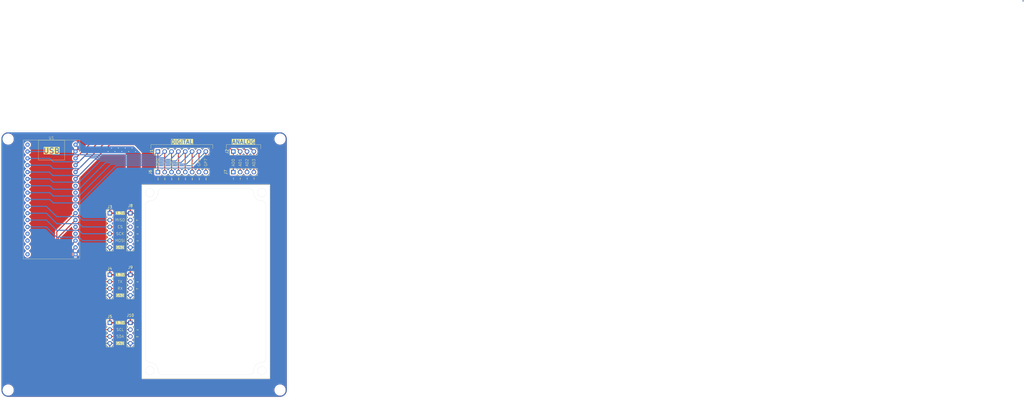
<source format=kicad_pcb>
(kicad_pcb (version 20240108) (generator "pcbnew") (generator_version "8.0")
  (layers (0 "F.Cu" signal) (31 "B.Cu" signal) (34 "B.Paste" user) (35 "F.Paste" user) (36 "B.SilkS" user "B.Silkscreen") (37 "F.SilkS" user "F.Silkscreen") (38 "B.Mask" user) (39 "F.Mask" user) (44 "Edge.Cuts" user))
  (net 0 "")
  (net 1 "/GP_3")
  (net 2 "/GP_1")
  (net 3 "/GP_4")
  (net 4 "/GP_6")
  (net 5 "/GP_2")
  (net 6 "/GP_5")
  (net 7 "/GP_7")
  (net 8 "/GP_0")
  (net 9 "/ADC_3")
  (net 10 "/ADC_0")
  (net 11 "/ADC_2")
  (net 12 "/ADC_1")
  (net 13 "GND")
  (net 14 "+3.3V")
  (net 15 "/SPI_SCK")
  (net 16 "/SPI_MISO")
  (net 17 "/SPI_MOSI")
  (net 18 "/I2C_SCL")
  (net 19 "/I2C_SDA")
  (net 20 "/UART_PICO_RX")
  (net 21 "/UART_PICO_TX")
  (net 25 "+5V")
  (footprint "Connector_PinSocket_2.54mm:PinSocket_1x04_P2.54mm_Vertical" (layer "F.Cu") (at 119.38 101.6)
    (property "Reference" "J9" (at 0 -2.77 0) (layer "F.SilkS"))
    (property "Value" "Conn_01x04_Socket")
    (fp_line (start -1.33 1.27) (end -1.33 8.95) (stroke (width 0.12)) (layer "F.SilkS"))
    (fp_line (start -1.33 1.27) (end 1.33 1.27) (stroke (width 0.12)) (layer "F.SilkS"))
    (fp_line (start -1.33 8.95) (end 1.33 8.95) (stroke (width 0.12)) (layer "F.SilkS"))
    (fp_line (start 0 -1.33) (end 1.33 -1.33) (stroke (width 0.12)) (layer "F.SilkS"))
    (fp_line (start 1.33 -1.33) (end 1.33 0) (stroke (width 0.12)) (layer "F.SilkS"))
    (fp_line (start 1.33 1.27) (end 1.33 8.95) (stroke (width 0.12)) (layer "F.SilkS"))
    (pad "1" thru_hole rect (at 0 0) (size 1.7 1.7) (drill 1) (layers "*.Cu" "*.Mask") (net 14 "+3.3V"))
    (pad "2" thru_hole oval (at 0 2.54) (size 1.7 1.7) (drill 1) (layers "*.Cu" "*.Mask") (net 21 "/UART_PICO_TX"))
    (pad "3" thru_hole oval (at 0 5.08) (size 1.7 1.7) (drill 1) (layers "*.Cu" "*.Mask") (net 20 "/UART_PICO_RX"))
    (pad "4" thru_hole oval (at 0 7.62) (size 1.7 1.7) (drill 1) (layers "*.Cu" "*.Mask") (net 13 "GND"))
  )
  (footprint "Connector_PinHeader_2.54mm:PinHeader_1x04_P2.54mm_Vertical" (layer "F.Cu") (at 111.76 119.38)
    (property "Reference" "J5" (at 0 -2.33 0) (layer "F.SilkS"))
    (property "Value" "Conn_01x04_Pin")
    (fp_line (start -1.33 -1.33) (end 0 -1.33) (stroke (width 0.12)) (layer "F.SilkS"))
    (fp_line (start -1.33 0) (end -1.33 -1.33) (stroke (width 0.12)) (layer "F.SilkS"))
    (fp_line (start -1.33 1.27) (end -1.33 8.95) (stroke (width 0.12)) (layer "F.SilkS"))
    (fp_line (start -1.33 1.27) (end 1.33 1.27) (stroke (width 0.12)) (layer "F.SilkS"))
    (fp_line (start -1.33 8.95) (end 1.33 8.95) (stroke (width 0.12)) (layer "F.SilkS"))
    (fp_line (start 1.33 1.27) (end 1.33 8.95) (stroke (width 0.12)) (layer "F.SilkS"))
    (pad "1" thru_hole rect (at 0 0) (size 1.7 1.7) (drill 1) (layers "*.Cu" "*.Mask") (net 14 "+3.3V"))
    (pad "2" thru_hole oval (at 0 2.54) (size 1.7 1.7) (drill 1) (layers "*.Cu" "*.Mask") (net 18 "/I2C_SCL"))
    (pad "3" thru_hole oval (at 0 5.08) (size 1.7 1.7) (drill 1) (layers "*.Cu" "*.Mask") (net 19 "/I2C_SDA"))
    (pad "4" thru_hole oval (at 0 7.62) (size 1.7 1.7) (drill 1) (layers "*.Cu" "*.Mask") (net 13 "GND"))
  )
  (footprint "Connector_PinSocket_2.54mm:PinSocket_1x04_P2.54mm_Vertical" (layer "F.Cu") (at 119.38 119.38)
    (property "Reference" "J10" (at 0 -2.77 0) (layer "F.SilkS"))
    (property "Value" "Conn_01x04_Socket")
    (fp_line (start -1.33 1.27) (end -1.33 8.95) (stroke (width 0.12)) (layer "F.SilkS"))
    (fp_line (start -1.33 1.27) (end 1.33 1.27) (stroke (width 0.12)) (layer "F.SilkS"))
    (fp_line (start -1.33 8.95) (end 1.33 8.95) (stroke (width 0.12)) (layer "F.SilkS"))
    (fp_line (start 0 -1.33) (end 1.33 -1.33) (stroke (width 0.12)) (layer "F.SilkS"))
    (fp_line (start 1.33 -1.33) (end 1.33 0) (stroke (width 0.12)) (layer "F.SilkS"))
    (fp_line (start 1.33 1.27) (end 1.33 8.95) (stroke (width 0.12)) (layer "F.SilkS"))
    (pad "1" thru_hole rect (at 0 0) (size 1.7 1.7) (drill 1) (layers "*.Cu" "*.Mask") (net 14 "+3.3V"))
    (pad "2" thru_hole oval (at 0 2.54) (size 1.7 1.7) (drill 1) (layers "*.Cu" "*.Mask") (net 18 "/I2C_SCL"))
    (pad "3" thru_hole oval (at 0 5.08) (size 1.7 1.7) (drill 1) (layers "*.Cu" "*.Mask") (net 19 "/I2C_SDA"))
    (pad "4" thru_hole oval (at 0 7.62) (size 1.7 1.7) (drill 1) (layers "*.Cu" "*.Mask") (net 13 "GND"))
  )
  (footprint "Connector_PinSocket_2.54mm:PinSocket_1x08_P2.54mm_Vertical" (layer "F.Cu") (at 129.54 63.5 90)
    (property "Reference" "J6" (at 0 -2.77 90) (layer "F.SilkS"))
    (property "Value" "Conn_01x08_Socket")
    (fp_line (start 1.33 -1.33) (end 1.33 0) (stroke (width 0.12)) (layer "F.SilkS"))
    (fp_line (start 0 -1.33) (end 1.33 -1.33) (stroke (width 0.12)) (layer "F.SilkS"))
    (fp_line (start 1.33 1.27) (end 1.33 19.11) (stroke (width 0.12)) (layer "F.SilkS"))
    (fp_line (start -1.33 1.27) (end 1.33 1.27) (stroke (width 0.12)) (layer "F.SilkS"))
    (fp_line (start -1.33 1.27) (end -1.33 19.11) (stroke (width 0.12)) (layer "F.SilkS"))
    (fp_line (start -1.33 19.11) (end 1.33 19.11) (stroke (width 0.12)) (layer "F.SilkS"))
    (pad "1" thru_hole rect (at 0 0 90) (size 1.7 1.7) (drill 1) (layers "*.Cu" "*.Mask") (net 8 "/GP_0"))
    (pad "2" thru_hole oval (at 0 2.54 90) (size 1.7 1.7) (drill 1) (layers "*.Cu" "*.Mask") (net 2 "/GP_1"))
    (pad "3" thru_hole oval (at 0 5.08 90) (size 1.7 1.7) (drill 1) (layers "*.Cu" "*.Mask") (net 5 "/GP_2"))
    (pad "4" thru_hole oval (at 0 7.62 90) (size 1.7 1.7) (drill 1) (layers "*.Cu" "*.Mask") (net 1 "/GP_3"))
    (pad "5" thru_hole oval (at 0 10.16 90) (size 1.7 1.7) (drill 1) (layers "*.Cu" "*.Mask") (net 3 "/GP_4"))
    (pad "6" thru_hole oval (at 0 12.7 90) (size 1.7 1.7) (drill 1) (layers "*.Cu" "*.Mask") (net 6 "/GP_5"))
    (pad "7" thru_hole oval (at 0 15.24 90) (size 1.7 1.7) (drill 1) (layers "*.Cu" "*.Mask") (net 4 "/GP_6"))
    (pad "8" thru_hole oval (at 0 17.78 90) (size 1.7 1.7) (drill 1) (layers "*.Cu" "*.Mask") (net 7 "/GP_7"))
  )
  (footprint "Connector_PinHeader_2.54mm:PinHeader_1x04_P2.54mm_Vertical" (layer "F.Cu") (at 157.48 55.88 90)
    (property "Reference" "J2" (at 0 -2.33 90) (layer "F.SilkS"))
    (property "Value" "Conn_01x04_Pin")
    (fp_line (start -1.33 -1.33) (end 0 -1.33) (stroke (width 0.12)) (layer "F.SilkS"))
    (fp_line (start -1.33 0) (end -1.33 -1.33) (stroke (width 0.12)) (layer "F.SilkS"))
    (fp_line (start 1.33 1.27) (end 1.33 8.95) (stroke (width 0.12)) (layer "F.SilkS"))
    (fp_line (start -1.33 1.27) (end 1.33 1.27) (stroke (width 0.12)) (layer "F.SilkS"))
    (fp_line (start -1.33 1.27) (end -1.33 8.95) (stroke (width 0.12)) (layer "F.SilkS"))
    (fp_line (start -1.33 8.95) (end 1.33 8.95) (stroke (width 0.12)) (layer "F.SilkS"))
    (pad "1" thru_hole rect (at 0 0 90) (size 1.7 1.7) (drill 1) (layers "*.Cu" "*.Mask") (net 10 "/ADC_0"))
    (pad "2" thru_hole oval (at 0 2.54 90) (size 1.7 1.7) (drill 1) (layers "*.Cu" "*.Mask") (net 12 "/ADC_1"))
    (pad "3" thru_hole oval (at 0 5.08 90) (size 1.7 1.7) (drill 1) (layers "*.Cu" "*.Mask") (net 11 "/ADC_2"))
    (pad "4" thru_hole oval (at 0 7.62 90) (size 1.7 1.7) (drill 1) (layers "*.Cu" "*.Mask") (net 9 "/ADC_3"))
  )
  (footprint "Connector_PinSocket_2.54mm:PinSocket_1x06_P2.54mm_Vertical" (layer "F.Cu") (at 119.38 78.74)
    (property "Reference" "J8" (at 0 -2.77 0) (layer "F.SilkS"))
    (property "Value" "Conn_01x06_Socket")
    (fp_line (start -1.33 1.27) (end -1.33 14.03) (stroke (width 0.12)) (layer "F.SilkS"))
    (fp_line (start -1.33 1.27) (end 1.33 1.27) (stroke (width 0.12)) (layer "F.SilkS"))
    (fp_line (start -1.33 14.03) (end 1.33 14.03) (stroke (width 0.12)) (layer "F.SilkS"))
    (fp_line (start 0 -1.33) (end 1.33 -1.33) (stroke (width 0.12)) (layer "F.SilkS"))
    (fp_line (start 1.33 -1.33) (end 1.33 0) (stroke (width 0.12)) (layer "F.SilkS"))
    (fp_line (start 1.33 1.27) (end 1.33 14.03) (stroke (width 0.12)) (layer "F.SilkS"))
    (pad "1" thru_hole rect (at 0 0) (size 1.7 1.7) (drill 1) (layers "*.Cu" "*.Mask") (net 14 "+3.3V"))
    (pad "2" thru_hole oval (at 0 2.54) (size 1.7 1.7) (drill 1) (layers "*.Cu" "*.Mask") (net 16 "/SPI_MISO"))
    (pad "3" thru_hole oval (at 0 5.08) (size 1.7 1.7) (drill 1) (layers "*.Cu" "*.Mask") (net 14 "+3.3V"))
    (pad "4" thru_hole oval (at 0 7.62) (size 1.7 1.7) (drill 1) (layers "*.Cu" "*.Mask") (net 15 "/SPI_SCK"))
    (pad "5" thru_hole oval (at 0 10.16) (size 1.7 1.7) (drill 1) (layers "*.Cu" "*.Mask") (net 17 "/SPI_MOSI"))
    (pad "6" thru_hole oval (at 0 12.7) (size 1.7 1.7) (drill 1) (layers "*.Cu" "*.Mask") (net 13 "GND"))
  )
  (footprint "Connector_PinHeader_2.54mm:PinHeader_1x04_P2.54mm_Vertical" (layer "F.Cu") (at 111.76 101.6)
    (property "Reference" "J4" (at 0 -2.33 0) (layer "F.SilkS"))
    (property "Value" "Conn_01x04_Pin")
    (fp_line (start -1.33 -1.33) (end 0 -1.33) (stroke (width 0.12)) (layer "F.SilkS"))
    (fp_line (start -1.33 0) (end -1.33 -1.33) (stroke (width 0.12)) (layer "F.SilkS"))
    (fp_line (start -1.33 1.27) (end -1.33 8.95) (stroke (width 0.12)) (layer "F.SilkS"))
    (fp_line (start -1.33 1.27) (end 1.33 1.27) (stroke (width 0.12)) (layer "F.SilkS"))
    (fp_line (start -1.33 8.95) (end 1.33 8.95) (stroke (width 0.12)) (layer "F.SilkS"))
    (fp_line (start 1.33 1.27) (end 1.33 8.95) (stroke (width 0.12)) (layer "F.SilkS"))
    (pad "1" thru_hole rect (at 0 0) (size 1.7 1.7) (drill 1) (layers "*.Cu" "*.Mask") (net 14 "+3.3V"))
    (pad "2" thru_hole oval (at 0 2.54) (size 1.7 1.7) (drill 1) (layers "*.Cu" "*.Mask") (net 21 "/UART_PICO_TX"))
    (pad "3" thru_hole oval (at 0 5.08) (size 1.7 1.7) (drill 1) (layers "*.Cu" "*.Mask") (net 20 "/UART_PICO_RX"))
    (pad "4" thru_hole oval (at 0 7.62) (size 1.7 1.7) (drill 1) (layers "*.Cu" "*.Mask") (net 13 "GND"))
  )
  (footprint "Connector_PinHeader_2.54mm:PinHeader_1x06_P2.54mm_Vertical" (layer "F.Cu") (at 111.76 78.74)
    (property "Reference" "J3" (at 0 -2.33 0) (layer "F.SilkS"))
    (property "Value" "Conn_01x06_Pin")
    (fp_line (start -1.33 -1.33) (end 0 -1.33) (stroke (width 0.12)) (layer "F.SilkS"))
    (fp_line (start -1.33 0) (end -1.33 -1.33) (stroke (width 0.12)) (layer "F.SilkS"))
    (fp_line (start -1.33 1.27) (end -1.33 14.03) (stroke (width 0.12)) (layer "F.SilkS"))
    (fp_line (start -1.33 1.27) (end 1.33 1.27) (stroke (width 0.12)) (layer "F.SilkS"))
    (fp_line (start -1.33 14.03) (end 1.33 14.03) (stroke (width 0.12)) (layer "F.SilkS"))
    (fp_line (start 1.33 1.27) (end 1.33 14.03) (stroke (width 0.12)) (layer "F.SilkS"))
    (pad "1" thru_hole rect (at 0 0) (size 1.7 1.7) (drill 1) (layers "*.Cu" "*.Mask") (net 14 "+3.3V"))
    (pad "2" thru_hole oval (at 0 2.54) (size 1.7 1.7) (drill 1) (layers "*.Cu" "*.Mask") (net 16 "/SPI_MISO"))
    (pad "3" thru_hole oval (at 0 5.08) (size 1.7 1.7) (drill 1) (layers "*.Cu" "*.Mask") (net 14 "+3.3V"))
    (pad "4" thru_hole oval (at 0 7.62) (size 1.7 1.7) (drill 1) (layers "*.Cu" "*.Mask") (net 15 "/SPI_SCK"))
    (pad "5" thru_hole oval (at 0 10.16) (size 1.7 1.7) (drill 1) (layers "*.Cu" "*.Mask") (net 17 "/SPI_MOSI"))
    (pad "6" thru_hole oval (at 0 12.7) (size 1.7 1.7) (drill 1) (layers "*.Cu" "*.Mask") (net 13 "GND"))
  )
  (footprint "Connector_PinHeader_2.54mm:PinHeader_1x08_P2.54mm_Vertical" (layer "F.Cu") (at 129.54 55.88 90)
    (property "Reference" "J1" (at 0 -2.33 90) (layer "F.SilkS"))
    (property "Value" "Conn_01x08_Pin")
    (fp_line (start -1.33 -1.33) (end 0 -1.33) (stroke (width 0.12)) (layer "F.SilkS"))
    (fp_line (start -1.33 0) (end -1.33 -1.33) (stroke (width 0.12)) (layer "F.SilkS"))
    (fp_line (start 1.33 1.27) (end 1.33 19.11) (stroke (width 0.12)) (layer "F.SilkS"))
    (fp_line (start -1.33 1.27) (end 1.33 1.27) (stroke (width 0.12)) (layer "F.SilkS"))
    (fp_line (start -1.33 1.27) (end -1.33 19.11) (stroke (width 0.12)) (layer "F.SilkS"))
    (fp_line (start -1.33 19.11) (end 1.33 19.11) (stroke (width 0.12)) (layer "F.SilkS"))
    (pad "1" thru_hole rect (at 0 0 90) (size 1.7 1.7) (drill 1) (layers "*.Cu" "*.Mask") (net 8 "/GP_0"))
    (pad "2" thru_hole oval (at 0 2.54 90) (size 1.7 1.7) (drill 1) (layers "*.Cu" "*.Mask") (net 2 "/GP_1"))
    (pad "3" thru_hole oval (at 0 5.08 90) (size 1.7 1.7) (drill 1) (layers "*.Cu" "*.Mask") (net 5 "/GP_2"))
    (pad "4" thru_hole oval (at 0 7.62 90) (size 1.7 1.7) (drill 1) (layers "*.Cu" "*.Mask") (net 1 "/GP_3"))
    (pad "5" thru_hole oval (at 0 10.16 90) (size 1.7 1.7) (drill 1) (layers "*.Cu" "*.Mask") (net 3 "/GP_4"))
    (pad "6" thru_hole oval (at 0 12.7 90) (size 1.7 1.7) (drill 1) (layers "*.Cu" "*.Mask") (net 6 "/GP_5"))
    (pad "7" thru_hole oval (at 0 15.24 90) (size 1.7 1.7) (drill 1) (layers "*.Cu" "*.Mask") (net 4 "/GP_6"))
    (pad "8" thru_hole oval (at 0 17.78 90) (size 1.7 1.7) (drill 1) (layers "*.Cu" "*.Mask") (net 7 "/GP_7"))
  )
  (footprint "Connector_PinSocket_2.54mm:PinSocket_1x04_P2.54mm_Vertical" (layer "F.Cu") (at 157.48 63.5 90)
    (property "Reference" "J7" (at 0 -2.77 90) (layer "F.SilkS"))
    (property "Value" "Conn_01x04_Socket")
    (fp_line (start 1.33 -1.33) (end 1.33 0) (stroke (width 0.12)) (layer "F.SilkS"))
    (fp_line (start 0 -1.33) (end 1.33 -1.33) (stroke (width 0.12)) (layer "F.SilkS"))
    (fp_line (start 1.33 1.27) (end 1.33 8.95) (stroke (width 0.12)) (layer "F.SilkS"))
    (fp_line (start -1.33 1.27) (end 1.33 1.27) (stroke (width 0.12)) (layer "F.SilkS"))
    (fp_line (start -1.33 1.27) (end -1.33 8.95) (stroke (width 0.12)) (layer "F.SilkS"))
    (fp_line (start -1.33 8.95) (end 1.33 8.95) (stroke (width 0.12)) (layer "F.SilkS"))
    (pad "1" thru_hole rect (at 0 0 90) (size 1.7 1.7) (drill 1) (layers "*.Cu" "*.Mask") (net 10 "/ADC_0"))
    (pad "2" thru_hole oval (at 0 2.54 90) (size 1.7 1.7) (drill 1) (layers "*.Cu" "*.Mask") (net 12 "/ADC_1"))
    (pad "3" thru_hole oval (at 0 5.08 90) (size 1.7 1.7) (drill 1) (layers "*.Cu" "*.Mask") (net 11 "/ADC_2"))
    (pad "4" thru_hole oval (at 0 7.62 90) (size 1.7 1.7) (drill 1) (layers "*.Cu" "*.Mask") (net 9 "/ADC_3"))
  )
  (footprint "components:AE-RP2040" (layer "F.Cu") (at 90.17 73.66)
    (property "Reference" "U1" (at 0 -22.86 0) (layer "F.SilkS") (effects (font (thickness 0.1))))
    (property "Value" "~")
    (fp_rect (start -10.5 -22) (end 10.5 22) (stroke (width 0.1)) (fill none) (layer "F.SilkS"))
    (fp_rect (start -4.826 -21.971) (end 4.826 -14.605) (stroke (width 0.1)) (fill none) (layer "F.SilkS"))
    (fp_text user "USB" (at 0 -18.034 0) (layer "F.SilkS" knockout) (effects (font (size 2 2) (thickness 0.3))))
    (pad "1" thru_hole circle (at -8.89 -20.32) (size 1.5875 1.5875) (drill 0.762) (layers "*.Cu" "*.Mask") (net 25 "+5V"))
    (pad "2" thru_hole circle (at -8.89 -17.78) (size 1.5875 1.5875) (drill 0.762) (layers "*.Cu" "*.Mask") (net 8 "/GP_0"))
    (pad "3" thru_hole circle (at -8.89 -15.24) (size 1.5875 1.5875) (drill 0.762) (layers "*.Cu" "*.Mask") (net 2 "/GP_1"))
    (pad "4" thru_hole circle (at -8.89 -12.7) (size 1.5875 1.5875) (drill 0.762) (layers "*.Cu" "*.Mask") (net 5 "/GP_2"))
    (pad "5" thru_hole circle (at -8.89 -10.16) (size 1.5875 1.5875) (drill 0.762) (layers "*.Cu" "*.Mask") (net 1 "/GP_3"))
    (pad "6" thru_hole circle (at -8.89 -7.62) (size 1.5875 1.5875) (drill 0.762) (layers "*.Cu" "*.Mask") (net 3 "/GP_4"))
    (pad "7" thru_hole circle (at -8.89 -5.08) (size 1.5875 1.5875) (drill 0.762) (layers "*.Cu" "*.Mask") (net 6 "/GP_5"))
    (pad "8" thru_hole circle (at -8.89 -2.54) (size 1.5875 1.5875) (drill 0.762) (layers "*.Cu" "*.Mask") (net 4 "/GP_6"))
    (pad "9" thru_hole circle (at -8.89 0) (size 1.5875 1.5875) (drill 0.762) (layers "*.Cu" "*.Mask") (net 7 "/GP_7"))
    (pad "10" thru_hole circle (at -8.89 2.54) (size 1.5875 1.5875) (drill 0.762) (layers "*.Cu" "*.Mask") (net 16 "/SPI_MISO"))
    (pad "11" thru_hole circle (at -8.89 5.08) (size 1.5875 1.5875) (drill 0.762) (layers "*.Cu" "*.Mask") (net 14 "+3.3V"))
    (pad "12" thru_hole circle (at -8.89 7.62) (size 1.5875 1.5875) (drill 0.762) (layers "*.Cu" "*.Mask") (net 15 "/SPI_SCK"))
    (pad "13" thru_hole circle (at -8.89 10.16) (size 1.5875 1.5875) (drill 0.762) (layers "*.Cu" "*.Mask") (net 17 "/SPI_MOSI"))
    (pad "14" thru_hole circle (at -8.89 12.7) (size 1.5875 1.5875) (drill 0.762) (layers "*.Cu" "*.Mask"))
    (pad "15" thru_hole circle (at -8.89 15.24) (size 1.5875 1.5875) (drill 0.762) (layers "*.Cu" "*.Mask"))
    (pad "16" thru_hole circle (at -8.89 17.78) (size 1.5875 1.5875) (drill 0.762) (layers "*.Cu" "*.Mask"))
    (pad "17" thru_hole circle (at -8.89 20.32) (size 1.5875 1.5875) (drill 0.762) (layers "*.Cu" "*.Mask"))
    (pad "18" thru_hole circle (at 8.89 20.32) (size 1.5875 1.5875) (drill 0.762) (layers "*.Cu" "*.Mask") (net 13 "GND"))
    (pad "19" thru_hole circle (at 8.89 17.78) (size 1.5875 1.5875) (drill 0.762) (layers "*.Cu" "*.Mask") (net 21 "/UART_PICO_TX"))
    (pad "20" thru_hole circle (at 8.89 15.24) (size 1.5875 1.5875) (drill 0.762) (layers "*.Cu" "*.Mask") (net 20 "/UART_PICO_RX"))
    (pad "21" thru_hole circle (at 8.89 12.7) (size 1.5875 1.5875) (drill 0.762) (layers "*.Cu" "*.Mask"))
    (pad "22" thru_hole circle (at 8.89 10.16) (size 1.5875 1.5875) (drill 0.762) (layers "*.Cu" "*.Mask"))
    (pad "23" thru_hole circle (at 8.89 7.62) (size 1.5875 1.5875) (drill 0.762) (layers "*.Cu" "*.Mask") (net 18 "/I2C_SCL"))
    (pad "24" thru_hole circle (at 8.89 5.08) (size 1.5875 1.5875) (drill 0.762) (layers "*.Cu" "*.Mask") (net 19 "/I2C_SDA"))
    (pad "25" thru_hole circle (at 8.89 2.54) (size 1.5875 1.5875) (drill 0.762) (layers "*.Cu" "*.Mask"))
    (pad "26" thru_hole circle (at 8.89 0) (size 1.5875 1.5875) (drill 0.762) (layers "*.Cu" "*.Mask"))
    (pad "27" thru_hole circle (at 8.89 -2.54) (size 1.5875 1.5875) (drill 0.762) (layers "*.Cu" "*.Mask"))
    (pad "28" thru_hole circle (at 8.89 -5.08) (size 1.5875 1.5875) (drill 0.762) (layers "*.Cu" "*.Mask"))
    (pad "29" thru_hole circle (at 8.89 -7.62) (size 1.5875 1.5875) (drill 0.762) (layers "*.Cu" "*.Mask") (net 10 "/ADC_0"))
    (pad "30" thru_hole circle (at 8.89 -10.16) (size 1.5875 1.5875) (drill 0.762) (layers "*.Cu" "*.Mask") (net 12 "/ADC_1"))
    (pad "31" thru_hole circle (at 8.89 -12.7) (size 1.5875 1.5875) (drill 0.762) (layers "*.Cu" "*.Mask") (net 11 "/ADC_2"))
    (pad "32" thru_hole circle (at 8.89 -15.24) (size 1.5875 1.5875) (drill 0.762) (layers "*.Cu" "*.Mask") (net 9 "/ADC_3"))
    (pad "33" thru_hole circle (at 8.89 -17.78) (size 1.5875 1.5875) (drill 0.762) (layers "*.Cu" "*.Mask") (net 13 "GND"))
    (pad "34" thru_hole circle (at 8.89 -20.32) (size 1.5875 1.5875) (drill 0.762) (layers "*.Cu" "*.Mask") (net 14 "+3.3V"))
  )
  (gr_rect (start 123.57 68.14) (end 171.07 140.14) (stroke (width 0.1)) (fill none) (layer "F.SilkS"))
  (gr_line (start 127 53.34) (end 149.86 53.34) (stroke (width 0.1)) (layer "F.SilkS"))
  (gr_line (start 127 54.864) (end 127 53.34) (stroke (width 0.1)) (layer "F.SilkS"))
  (gr_line (start 167.64 53.34) (end 167.64 54.864) (stroke (width 0.1)) (layer "F.SilkS"))
  (gr_line (start 154.94 53.34) (end 167.64 53.34) (stroke (width 0.1)) (layer "F.SilkS"))
  (gr_line (start 154.94 54.864) (end 154.94 53.34) (stroke (width 0.1)) (layer "F.SilkS"))
  (gr_line (start 149.86 53.34) (end 149.86 54.864) (stroke (width 0.1)) (layer "F.SilkS"))
  (gr_arc (start 168.07 74.188) (mid 169.147631 74.634369) (end 169.594 75.712) (stroke (width 0.05)) (layer "Edge.Cuts"))
  (gr_arc (start 163.498 69.616) (mid 164.575631 70.062369) (end 165.022 71.14) (stroke (width 0.05)) (layer "Edge.Cuts"))
  (gr_line (start 74.12 147.32) (end 174.8 147.32) (stroke (width 0.05)) (layer "Edge.Cuts"))
  (gr_arc (start 131.142 138.664) (mid 130.064369 138.217631) (end 129.618 137.14) (stroke (width 0.05)) (layer "Edge.Cuts"))
  (gr_arc (start 129.618 71.14) (mid 130.064369 70.062369) (end 131.142 69.616) (stroke (width 0.05)) (layer "Edge.Cuts"))
  (gr_arc (start 126.57 134.092) (mid 125.492369 133.645631) (end 125.046 132.568) (stroke (width 0.05)) (layer "Edge.Cuts"))
  (gr_circle (center 168.07 137.14) (end 166.47 137.14) (stroke (width 0.05)) (fill none) (layer "Edge.Cuts"))
  (gr_arc (start 177.8 144.32) (mid 176.92132 146.44132) (end 174.8 147.32) (stroke (width 0.05)) (layer "Edge.Cuts"))
  (gr_circle (center 126.57 71.14) (end 128.17 71.14) (stroke (width 0.05)) (fill none) (layer "Edge.Cuts"))
  (gr_arc (start 174.8 48.26) (mid 176.92132 49.13868) (end 177.8 51.26) (stroke (width 0.05)) (layer "Edge.Cuts"))
  (gr_circle (center 74.12 144.32) (end 74.12 142.72) (stroke (width 0.05)) (fill none) (layer "Edge.Cuts"))
  (gr_circle (center 126.57 137.14) (end 126.57 135.54) (stroke (width 0.05)) (fill none) (layer "Edge.Cuts"))
  (gr_circle (center 174.8 51.26) (end 174.8 52.86) (stroke (width 0.05)) (fill none) (layer "Edge.Cuts"))
  (gr_line (start 125.046 75.712) (end 125.046 132.568) (stroke (width 0.05)) (layer "Edge.Cuts"))
  (gr_line (start 131.142 138.664) (end 163.498 138.664) (stroke (width 0.05)) (layer "Edge.Cuts"))
  (gr_arc (start 126.57 134.092) (mid 128.725261 134.984739) (end 129.618 137.14) (stroke (width 0.05)) (layer "Edge.Cuts"))
  (gr_arc (start 165.022 137.14) (mid 164.575631 138.217631) (end 163.498 138.664) (stroke (width 0.05)) (layer "Edge.Cuts"))
  (gr_circle (center 174.8 144.32) (end 173.2 144.32) (stroke (width 0.05)) (fill none) (layer "Edge.Cuts"))
  (gr_arc (start 74.12 147.32) (mid 71.99868 146.44132) (end 71.12 144.32) (stroke (width 0.05)) (layer "Edge.Cuts"))
  (gr_line (start 174.8 48.26) (end 74.12 48.26) (stroke (width 0.05)) (layer "Edge.Cuts"))
  (gr_line (start 163.498 69.616) (end 131.142 69.616) (stroke (width 0.05)) (layer "Edge.Cuts"))
  (gr_line (start 177.8 144.32) (end 177.8 51.26) (stroke (width 0.05)) (layer "Edge.Cuts"))
  (gr_arc (start 168.07 74.188) (mid 165.914739 73.295261) (end 165.022 71.14) (stroke (width 0.05)) (layer "Edge.Cuts"))
  (gr_line (start 71.12 51.26) (end 71.12 144.32) (stroke (width 0.05)) (layer "Edge.Cuts"))
  (gr_line (start 169.594 132.568) (end 169.594 75.712) (stroke (width 0.05)) (layer "Edge.Cuts"))
  (gr_arc (start 71.12 51.26) (mid 71.99868 49.13868) (end 74.12 48.26) (stroke (width 0.05)) (layer "Edge.Cuts"))
  (gr_arc (start 129.618 71.14) (mid 128.725261 73.295261) (end 126.57 74.188) (stroke (width 0.05)) (layer "Edge.Cuts"))
  (gr_circle (center 74.12 51.26) (end 75.72 51.26) (stroke (width 0.05)) (fill none) (layer "Edge.Cuts"))
  (gr_circle (center 168.07 71.14) (end 168.07 72.74) (stroke (width 0.05)) (fill none) (layer "Edge.Cuts"))
  (gr_arc (start 165.022 137.14) (mid 165.914739 134.984739) (end 168.07 134.092) (stroke (width 0.05)) (layer "Edge.Cuts"))
  (gr_arc (start 125.046 75.712) (mid 125.492369 74.634369) (end 126.57 74.188) (stroke (width 0.05)) (layer "Edge.Cuts"))
  (gr_arc (start 169.594 132.568) (mid 169.147631 133.645631) (end 168.07 134.092) (stroke (width 0.05)) (layer "Edge.Cuts"))
  (gr_text "GND" (at 115.57 91.44 0) (layer "F.SilkS" knockout) (effects (font (size 1 1) (thickness 0.1))))
  (gr_text "←" (at 121.92 81.28 0) (layer "F.SilkS") (effects (font (size 1 1) (thickness 0.1))))
  (gr_text "3.3V" (at 115.57 119.38 0) (layer "F.SilkS" knockout) (effects (font (size 1 1) (thickness 0.1))))
  (gr_text "AD0" (at 157.48 61.468 90) (layer "F.SilkS") (effects (font (size 1 1) (thickness 0.1)) (justify left)))
  (gr_text "AD3" (at 165.1 61.468 90) (layer "F.SilkS") (effects (font (size 1 1) (thickness 0.1)) (justify left)))
  (gr_text "GP4" (at 139.7 61.468 90) (layer "F.SilkS") (effects (font (size 1 1) (thickness 0.1)) (justify left)))
  (gr_text "↔" (at 132.08 66.04 90) (layer "F.SilkS") (effects (font (size 1 1) (thickness 0.1))))
  (gr_text "GND" (at 115.57 109.22 0) (layer "F.SilkS" knockout) (effects (font (size 1 1) (thickness 0.1))))
  (gr_text "AD2" (at 162.56 61.468 90) (layer "F.SilkS") (effects (font (size 1 1) (thickness 0.1)) (justify left)))
  (gr_text "SCL" (at 115.57 121.92 0) (layer "F.SilkS") (effects (font (size 1 1) (thickness 0.1))))
  (gr_text "MISO" (at 115.57 81.28 0) (layer "F.SilkS") (effects (font (size 1 1) (thickness 0.1))))
  (gr_text "↔" (at 139.7 66.04 90) (layer "F.SilkS") (effects (font (size 1 1) (thickness 0.1))))
  (gr_text "→" (at 157.48 66.04 90) (layer "F.SilkS") (effects (font (size 1 1) (thickness 0.1))))
  (gr_text "↔" (at 137.16 66.04 90) (layer "F.SilkS") (effects (font (size 1 1) (thickness 0.1))))
  (gr_text "→" (at 162.56 66.04 90) (layer "F.SilkS") (effects (font (size 1 1) (thickness 0.1))))
  (gr_text "3.3V" (at 115.57 101.6 0) (layer "F.SilkS" knockout) (effects (font (size 1 1) (thickness 0.1))))
  (gr_text "SCK" (at 115.57 86.36 0) (layer "F.SilkS") (effects (font (size 1 1) (thickness 0.1))))
  (gr_text "GND" (at 115.57 127 0) (layer "F.SilkS" knockout) (effects (font (size 1 1) (thickness 0.1))))
  (gr_text "RX" (at 115.57 106.68 0) (layer "F.SilkS") (effects (font (size 1 1) (thickness 0.1))))
  (gr_text "GP7" (at 147.32 61.468 90) (layer "F.SilkS") (effects (font (size 1 1) (thickness 0.1)) (justify left)))
  (gr_text "AD1" (at 160.02 61.468 90) (layer "F.SilkS") (effects (font (size 1 1) (thickness 0.1)) (justify left)))
  (gr_text "→" (at 121.92 88.9 0) (layer "F.SilkS") (effects (font (size 1 1) (thickness 0.1))))
  (gr_text "→" (at 121.92 121.92 0) (layer "F.SilkS") (effects (font (size 1 1) (thickness 0.1))))
  (gr_text "↔" (at 142.24 66.04 90) (layer "F.SilkS") (effects (font (size 1 1) (thickness 0.1))))
  (gr_text "←" (at 121.92 106.68 0) (layer "F.SilkS") (effects (font (size 1 1) (thickness 0.1))))
  (gr_text "→" (at 160.02 66.04 90) (layer "F.SilkS") (effects (font (size 1 1) (thickness 0.1))))
  (gr_text "TX" (at 115.57 104.14 0) (layer "F.SilkS") (effects (font (size 1 1) (thickness 0.1))))
  (gr_text "→" (at 121.92 83.82 0) (layer "F.SilkS") (effects (font (size 1 1) (thickness 0.1))))
  (gr_text "↔" (at 144.78 66.04 90) (layer "F.SilkS") (effects (font (size 1 1) (thickness 0.1))))
  (gr_text "DIGITAL" (at 138.43 52.324 0) (layer "F.SilkS" knockout) (effects (font (size 1.5 1.5) (thickness 0.25) (bold yes))))
  (gr_text "→" (at 121.92 104.14 0) (layer "F.SilkS") (effects (font (size 1 1) (thickness 0.1))))
  (gr_text "3.3V" (at 115.57 78.74 0) (layer "F.SilkS" knockout) (effects (font (size 1 1) (thickness 0.1))))
  (gr_text "GP1" (at 132.08 61.468 90) (layer "F.SilkS") (effects (font (size 1 1) (thickness 0.1)) (justify left)))
  (gr_text "↔" (at 129.54 66.04 90) (layer "F.SilkS") (effects (font (size 1 1) (thickness 0.1))))
  (gr_text "ANALOG" (at 161.29 52.324 0) (layer "F.SilkS" knockout) (effects (font (size 1.5 1.5) (thickness 0.25) (bold yes))))
  (gr_text "→" (at 121.92 86.36 0) (layer "F.SilkS") (effects (font (size 1 1) (thickness 0.1))))
  (gr_text "GP2" (at 134.62 61.468 90) (layer "F.SilkS") (effects (font (size 1 1) (thickness 0.1)) (justify left)))
  (gr_text "GP6" (at 144.78 61.468 90) (layer "F.SilkS") (effects (font (size 1 1) (thickness 0.1)) (justify left)))
  (gr_text "→" (at 165.1 66.04 90) (layer "F.SilkS") (effects (font (size 1 1) (thickness 0.1))))
  (gr_text "CS" (at 115.57 83.82 0) (layer "F.SilkS") (effects (font (size 1 1) (thickness 0.1))))
  (gr_text "GP5" (at 142.24 61.468 90) (layer "F.SilkS") (effects (font (size 1 1) (thickness 0.1)) (justify left)))
  (gr_text "SDA" (at 115.57 124.46 0) (layer "F.SilkS") (effects (font (size 1 1) (thickness 0.1))))
  (gr_text "MOSI" (at 115.57 88.9 0) (layer "F.SilkS") (effects (font (size 1 1) (thickness 0.1))))
  (gr_text "GP3" (at 137.16 61.468 90) (layer "F.SilkS") (effects (font (size 1 1) (thickness 0.1)) (justify left)))
  (gr_text "↔" (at 134.62 66.04 90) (layer "F.SilkS") (effects (font (size 1 1) (thickness 0.1))))
  (gr_text "↔" (at 147.32 66.04 90) (layer "F.SilkS") (effects (font (size 1 1) (thickness 0.1))))
  (gr_text "↔" (at 121.92 124.46 0) (layer "F.SilkS") (effects (font (size 1 1) (thickness 0.1))))
  (gr_text "GP0" (at 129.54 61.468 90) (layer "F.SilkS") (effects (font (size 1 1) (thickness 0.1)) (justify left)))
  (via (at 450 0) (size 0.6) (drill 0.3) (layers "F.Cu" "B.Cu") (net 0))
  (segment (start 137.16 63.5) (end 137.16 55.88) (width 0.381) (layer "F.Cu") (net 1))
  (segment (start 100.33 64.77) (end 106.29275 58.80725) (width 0.381) (layer "B.Cu") (net 1))
  (segment (start 106.29275 58.80725) (end 134.23275 58.80725) (width 0.381) (layer "B.Cu") (net 1))
  (segment (start 134.23275 58.80725) (end 137.16 55.88) (width 0.381) (layer "B.Cu") (net 1))
  (segment (start 81.28 63.5) (end 89.37625 63.5) (width 0.381) (layer "B.Cu") (net 1))
  (segment (start 90.64625 64.77) (end 100.33 64.77) (width 0.381) (layer "B.Cu") (net 1))
  (segment (start 89.37625 63.5) (end 90.64625 64.77) (width 0.381) (layer "B.Cu") (net 1))
  (segment (start 132.08 63.5) (end 132.08 55.88) (width 0.381) (layer "F.Cu") (net 2))
  (segment (start 130.31475 57.64525) (end 132.08 55.88) (width 0.381) (layer "B.Cu") (net 2))
  (segment (start 90.805 59.69) (end 100.33 59.69) (width 0.381) (layer "B.Cu") (net 2))
  (segment (start 89.535 58.42) (end 90.805 59.69) (width 0.381) (layer "B.Cu") (net 2))
  (segment (start 102.37475 57.64525) (end 130.31475 57.64525) (width 0.381) (layer "B.Cu") (net 2))
  (segment (start 81.28 58.42) (end 89.535 58.42) (width 0.381) (layer "B.Cu") (net 2))
  (segment (start 100.33 59.69) (end 102.37475 57.64525) (width 0.381) (layer "B.Cu") (net 2))
  (segment (start 139.7 55.88) (end 139.7 63.5) (width 0.381) (layer "F.Cu") (net 3))
  (segment (start 90.71925 67.22425) (end 100.41575 67.22425) (width 0.381) (layer "B.Cu") (net 3))
  (segment (start 100.41575 67.22425) (end 108.25175 59.38825) (width 0.381) (layer "B.Cu") (net 3))
  (segment (start 89.535 66.04) (end 90.71925 67.22425) (width 0.381) (layer "B.Cu") (net 3))
  (segment (start 81.28 66.04) (end 89.535 66.04) (width 0.381) (layer "B.Cu") (net 3))
  (segment (start 136.19175 59.38825) (end 139.7 55.88) (width 0.381) (layer "B.Cu") (net 3))
  (segment (start 108.25175 59.38825) (end 136.19175 59.38825) (width 0.381) (layer "B.Cu") (net 3))
  (segment (start 144.78 55.88) (end 144.78 63.5) (width 0.381) (layer "F.Cu") (net 4))
  (segment (start 81.28 71.12) (end 89.535 71.12) (width 0.381) (layer "B.Cu") (net 4))
  (segment (start 90.805 72.39) (end 100.33 72.39) (width 0.381) (layer "B.Cu") (net 4))
  (segment (start 100.33 72.39) (end 112.16975 60.55025) (width 0.381) (layer "B.Cu") (net 4))
  (segment (start 112.16975 60.55025) (end 140.10975 60.55025) (width 0.381) (layer "B.Cu") (net 4))
  (segment (start 140.10975 60.55025) (end 144.78 55.88) (width 0.381) (layer "B.Cu") (net 4))
  (segment (start 89.535 71.12) (end 90.805 72.39) (width 0.381) (layer "B.Cu") (net 4))
  (segment (start 134.62 55.88) (end 134.62 63.5) (width 0.381) (layer "F.Cu") (net 5))
  (segment (start 81.28 60.96) (end 89.535 60.96) (width 0.381) (layer "B.Cu") (net 5))
  (segment (start 132.27375 58.22625) (end 134.62 55.88) (width 0.381) (layer "B.Cu") (net 5))
  (segment (start 89.535 60.96) (end 90.805 62.23) (width 0.381) (layer "B.Cu") (net 5))
  (segment (start 90.805 62.23) (end 100.33 62.23) (width 0.381) (layer "B.Cu") (net 5))
  (segment (start 100.33 62.23) (end 104.33375 58.22625) (width 0.381) (layer "B.Cu") (net 5))
  (segment (start 104.33375 58.22625) (end 132.27375 58.22625) (width 0.381) (layer "B.Cu") (net 5))
  (segment (start 142.24 63.5) (end 142.24 55.88) (width 0.381) (layer "F.Cu") (net 6))
  (segment (start 110.21075 59.96925) (end 138.15075 59.96925) (width 0.381) (layer "B.Cu") (net 6))
  (segment (start 89.535 68.58) (end 90.805 69.85) (width 0.381) (layer "B.Cu") (net 6))
  (segment (start 81.28 68.58) (end 89.535 68.58) (width 0.381) (layer "B.Cu") (net 6))
  (segment (start 100.33 69.85) (end 110.21075 59.96925) (width 0.381) (layer "B.Cu") (net 6))
  (segment (start 90.805 69.85) (end 100.33 69.85) (width 0.381) (layer "B.Cu") (net 6))
  (segment (start 138.15075 59.96925) (end 142.24 55.88) (width 0.381) (layer "B.Cu") (net 6))
  (segment (start 147.32 55.88) (end 147.32 63.5) (width 0.381) (layer "F.Cu") (net 7))
  (segment (start 114.12875 61.13125) (end 142.06875 61.13125) (width 0.381) (layer "B.Cu") (net 7))
  (segment (start 81.28 73.66) (end 89.535 73.66) (width 0.381) (layer "B.Cu") (net 7))
  (segment (start 89.535 73.66) (end 90.805 74.93) (width 0.381) (layer "B.Cu") (net 7))
  (segment (start 90.805 74.93) (end 100.33 74.93) (width 0.381) (layer "B.Cu") (net 7))
  (segment (start 100.33 74.93) (end 114.12875 61.13125) (width 0.381) (layer "B.Cu") (net 7))
  (segment (start 142.06875 61.13125) (end 147.32 55.88) (width 0.381) (layer "B.Cu") (net 7))
  (segment (start 129.54 55.88) (end 129.54 63.5) (width 0.381) (layer "F.Cu") (net 8))
  (segment (start 128.35575 57.06425) (end 90.71925 57.06425) (width 0.381) (layer "B.Cu") (net 8))
  (segment (start 90.71925 57.06425) (end 89.535 55.88) (width 0.381) (layer "B.Cu") (net 8))
  (segment (start 89.535 55.88) (end 81.28 55.88) (width 0.381) (layer "B.Cu") (net 8))
  (segment (start 129.54 55.88) (end 128.35575 57.06425) (width 0.381) (layer "B.Cu") (net 8))
  (segment (start 160.763 51.543) (end 105.937 51.543) (width 0.381) (layer "F.Cu") (net 9))
  (segment (start 165.1 63.5) (end 165.1 55.88) (width 0.381) (layer "F.Cu") (net 9))
  (segment (start 165.1 55.88) (end 160.763 51.543) (width 0.381) (layer "F.Cu") (net 9))
  (segment (start 105.937 51.543) (end 99.06 58.42) (width 0.381) (layer "F.Cu") (net 9))
  (segment (start 157.48 63.5) (end 157.48 55.88) (width 0.381) (layer "F.Cu") (net 10))
  (segment (start 154.94 53.34) (end 111.76 53.34) (width 0.381) (layer "F.Cu") (net 10))
  (segment (start 111.76 53.34) (end 99.06 66.04) (width 0.381) (layer "F.Cu") (net 10))
  (segment (start 157.48 55.88) (end 154.94 53.34) (width 0.381) (layer "F.Cu") (net 10))
  (segment (start 107.896 52.124) (end 158.804 52.124) (width 0.381) (layer "F.Cu") (net 11))
  (segment (start 158.804 52.124) (end 162.56 55.88) (width 0.381) (layer "F.Cu") (net 11))
  (segment (start 162.56 63.5) (end 162.56 55.88) (width 0.381) (layer "F.Cu") (net 11))
  (segment (start 99.06 60.96) (end 107.896 52.124) (width 0.381) (layer "F.Cu") (net 11))
  (segment (start 156.845 52.705) (end 109.855 52.705) (width 0.381) (layer "F.Cu") (net 12))
  (segment (start 160.02 55.88) (end 156.845 52.705) (width 0.381) (layer "F.Cu") (net 12))
  (segment (start 109.855 52.705) (end 99.06 63.5) (width 0.381) (layer "F.Cu") (net 12))
  (segment (start 160.02 63.5) (end 160.02 55.88) (width 0.381) (layer "F.Cu") (net 12))
  (segment (start 111.76 83.82) (end 119.38 83.82) (width 0.381) (layer "F.Cu") (net 14))
  (via (at 116.205 55.88) (size 0.6) (drill 0.3) (layers "F.Cu" "B.Cu") (net 14))
  (via (at 118.745 55.88) (size 0.6) (drill 0.3) (layers "F.Cu" "B.Cu") (net 14))
  (via (at 112.395 54.61) (size 0.6) (drill 0.3) (layers "F.Cu" "B.Cu") (net 14))
  (via (at 120.015 54.61) (size 0.6) (drill 0.3) (layers "F.Cu" "B.Cu") (net 14))
  (via (at 111.125 55.88) (size 0.6) (drill 0.3) (layers "F.Cu" "B.Cu") (net 14))
  (via (at 113.665 55.88) (size 0.6) (drill 0.3) (layers "F.Cu" "B.Cu") (net 14))
  (via (at 117.475 54.61) (size 0.6) (drill 0.3) (layers "F.Cu" "B.Cu") (net 14))
  (via (at 121.285 55.88) (size 0.6) (drill 0.3) (layers "F.Cu" "B.Cu") (net 14))
  (via (at 114.935 54.61) (size 0.6) (drill 0.3) (layers "F.Cu" "B.Cu") (net 14))
  (segment (start 88.265 78.74) (end 92.16075 82.63575) (width 0.381) (layer "B.Cu") (net 14))
  (segment (start 100.41575 82.63575) (end 101.6 83.82) (width 0.381) (layer "B.Cu") (net 14))
  (segment (start 92.16075 82.63575) (end 100.41575 82.63575) (width 0.381) (layer "B.Cu") (net 14))
  (segment (start 81.28 78.74) (end 88.265 78.74) (width 0.381) (layer "B.Cu") (net 14))
  (segment (start 101.6 83.82) (end 111.76 83.82) (width 0.381) (layer "B.Cu") (net 14))
  (segment (start 111.76 86.36) (end 119.38 86.36) (width 0.381) (layer "F.Cu") (net 15))
  (segment (start 100.33 85.09) (end 92.075 85.09) (width 0.381) (layer "B.Cu") (net 15))
  (segment (start 101.6 86.36) (end 100.33 85.09) (width 0.381) (layer "B.Cu") (net 15))
  (segment (start 92.075 85.09) (end 88.265 81.28) (width 0.381) (layer "B.Cu") (net 15))
  (segment (start 111.76 86.36) (end 101.6 86.36) (width 0.381) (layer "B.Cu") (net 15))
  (segment (start 88.265 81.28) (end 81.28 81.28) (width 0.381) (layer "B.Cu") (net 15))
  (segment (start 111.76 81.28) (end 119.38 81.28) (width 0.381) (layer "F.Cu") (net 16))
  (segment (start 100.33 80.01) (end 92.075 80.01) (width 0.381) (layer "B.Cu") (net 16))
  (segment (start 92.075 80.01) (end 88.265 76.2) (width 0.381) (layer "B.Cu") (net 16))
  (segment (start 111.76 81.28) (end 101.6 81.28) (width 0.381) (layer "B.Cu") (net 16))
  (segment (start 88.265 76.2) (end 81.28 76.2) (width 0.381) (layer "B.Cu") (net 16))
  (segment (start 101.6 81.28) (end 100.33 80.01) (width 0.381) (layer "B.Cu") (net 16))
  (segment (start 111.76 88.9) (end 119.38 88.9) (width 0.381) (layer "F.Cu") (net 17))
  (segment (start 101.6 88.9) (end 100.33 87.63) (width 0.381) (layer "B.Cu") (net 17))
  (segment (start 100.33 87.63) (end 92.075 87.63) (width 0.381) (layer "B.Cu") (net 17))
  (segment (start 111.76 88.9) (end 101.6 88.9) (width 0.381) (layer "B.Cu") (net 17))
  (segment (start 88.265 83.82) (end 81.28 83.82) (width 0.381) (layer "B.Cu") (net 17))
  (segment (start 92.075 87.63) (end 88.265 83.82) (width 0.381) (layer "B.Cu") (net 17))
  (segment (start 92.71 106.68) (end 92.71 87.63) (width 0.381) (layer "F.Cu") (net 18))
  (segment (start 119.38 121.92) (end 111.76 121.92) (width 0.381) (layer "F.Cu") (net 18))
  (segment (start 92.71 87.63) (end 99.06 81.28) (width 0.381) (layer "F.Cu") (net 18))
  (segment (start 111.76 121.92) (end 107.95 121.92) (width 0.381) (layer "F.Cu") (net 18))
  (segment (start 107.95 121.92) (end 92.71 106.68) (width 0.381) (layer "F.Cu") (net 18))
  (segment (start 111.76 124.46) (end 109.668342 124.46) (width 0.381) (layer "F.Cu") (net 19))
  (segment (start 119.38 124.46) (end 111.76 124.46) (width 0.381) (layer "F.Cu") (net 19))
  (segment (start 92.129 106.920658) (end 92.129 85.671) (width 0.381) (layer "F.Cu") (net 19))
  (segment (start 92.129 85.671) (end 99.06 78.74) (width 0.381) (layer "F.Cu") (net 19))
  (segment (start 109.668342 124.46) (end 92.129 106.920658) (width 0.381) (layer "F.Cu") (net 19))
  (segment (start 97.209 90.751) (end 99.06 88.9) (width 0.381) (layer "F.Cu") (net 20))
  (segment (start 97.209 96.984829) (end 97.209 90.751) (width 0.381) (layer "F.Cu") (net 20))
  (segment (start 106.904171 106.68) (end 97.209 96.984829) (width 0.381) (layer "F.Cu") (net 20))
  (segment (start 111.76 106.68) (end 106.904171 106.68) (width 0.381) (layer "F.Cu") (net 20))
  (segment (start 119.38 106.68) (end 111.76 106.68) (width 0.381) (layer "F.Cu") (net 20))
  (segment (start 111.76 104.14) (end 105.41 104.14) (width 0.381) (layer "F.Cu") (net 21))
  (segment (start 111.76 104.14) (end 119.38 104.14) (width 0.381) (layer "F.Cu") (net 21))
  (segment (start 105.41 104.14) (end 97.79 96.52) (width 0.381) (layer "F.Cu") (net 21))
  (segment (start 97.79 96.52) (end 97.79 92.71) (width 0.381) (layer "F.Cu") (net 21))
  (segment (start 97.79 92.71) (end 99.06 91.44) (width 0.381) (layer "F.Cu") (net 21))
  (zone (net 14) (net_name "+3.3V") (layer "F.Cu") (priority 1) (connect_pads (clearance 0)) (min_thickness 0.25) (fill yes (thermal_gap 0.5) (thermal_bridge_width 0.5))
    (polygon (pts (xy 111.125 77.47) (xy 110.49 77.47) (xy 110.49 80.01) (xy 120.015 80.01) (xy 120.65 80.645) (xy 120.65 92.71) (xy 116.84 96.52) (xy 114.3 96.52) (xy 111.125 99.695) (xy 111.125 102.87) (xy 120.015 102.87) (xy 120.65 103.505) (xy 120.65 110.49) (xy 116.84 114.3) (xy 114.3 114.3) (xy 111.125 117.475) (xy 111.125 120.65) (xy 120.65 120.65) (xy 123.19 118.11) (xy 123.19 57.785) (xy 123.19 56.515) (xy 120.65 53.975) (xy 111.76 53.975) (xy 109.22 56.515) (xy 117.475 56.515) (xy 118.11 57.15) (xy 118.11 70.485)))
  )
  (zone (net 13) (net_name "GND") (layers "F&B.Cu") (connect_pads (clearance 0.5)) (min_thickness 0.25) (fill yes (thermal_gap 0.5) (thermal_bridge_width 0.5))
    (polygon (pts (xy 71.12 48.26) (xy 71.12 147.32) (xy 177.8 147.32) (xy 177.8 48.26)))
  )
  (zone (net 0) (net_name "") (layers "F&B.Cu" "Edge.Cuts") (connect_pads (clearance 0)) (min_thickness 0.25)
    (keepout (tracks not_allowed) (vias not_allowed) (pads not_allowed) (copperpour not_allowed) (footprints not_allowed))
    (fill (thermal_gap 0.5) (thermal_bridge_width 0.5))
    (polygon (pts (xy 171.07 140.14) (xy 123.57 140.14) (xy 123.57 68.14) (xy 171.07 68.14)))
  )
  (zone (net 14) (net_name "+3.3V") (layer "B.Cu") (priority 2) (connect_pads (clearance 0)) (min_thickness 0.25) (fill yes (thermal_gap 0.5) (thermal_bridge_width 0.5))
    (polygon (pts (xy 100.33 52.07) (xy 99.06 52.07) (xy 99.06 53.975) (xy 101.6 56.515) (xy 123.19 56.515) (xy 122.555 55.88) (xy 120.65 53.975) (xy 102.87 53.975)))
  )
)
</source>
